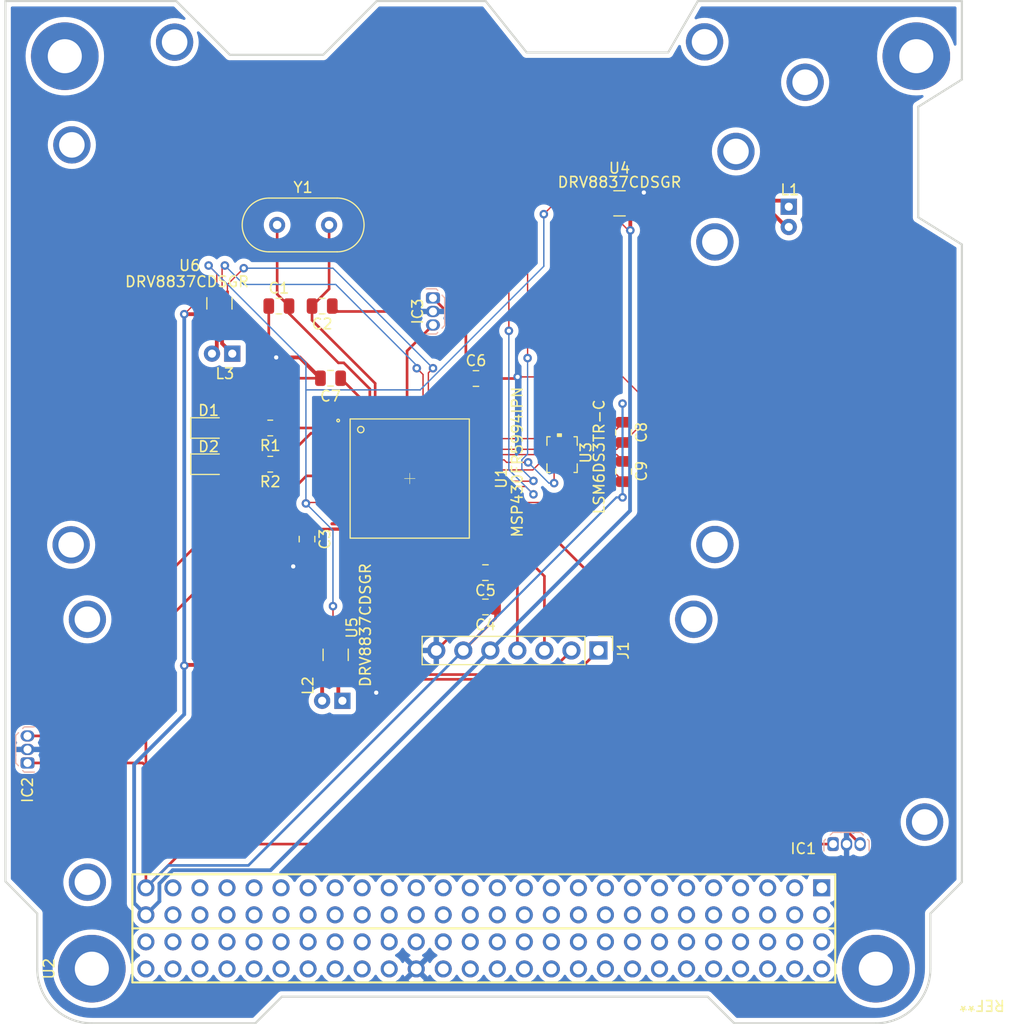
<source format=kicad_pcb>
(kicad_pcb (version 20211014) (generator pcbnew)
  (layers (0 "F.Cu" signal) (31 "B.Cu" signal) (34 "B.Paste" user) (35 "F.Paste" user) (36 "B.SilkS" user "B.Silkscreen") (37 "F.SilkS" user "F.Silkscreen") (38 "B.Mask" user) (39 "F.Mask" user) (44 "Edge.Cuts" user))
  (net 0 "")
  (net 1 "GND")
  (net 2 "Net-(C1-Pad2)")
  (net 3 "Net-(C2-Pad2)")
  (net 4 "+3V3")
  (net 5 "Net-(D1-Pad2)")
  (net 6 "Net-(D2-Pad2)")
  (net 7 "SBWTCK")
  (net 8 "SBWTDIO")
  (net 9 "BCLUART_TXD")
  (net 10 "BCLUART_RXD")
  (net 11 "+5V")
  (net 12 "Net-(R1-Pad1)")
  (net 13 "Net-(R2-Pad1)")
  (net 21 "MAG_1")
  (net 45 "MAG_2")
  (net 49 "ATT_SDI")
  (net 50 "ATT_SDO")
  (net 51 "ATT_SCL")
  (net 52 "ATT_CS")
  (net 54 "ATT_INT2")
  (net 55 "ATT_INT1")
  (net 64 "MAG_3")
  (net 175 "nSLEEP")
  (net 176 "H2_IN2")
  (net 177 "H2_IN1")
  (net 178 "H1_IN2")
  (net 179 "H1_IN1")
  (net 180 "H3_IN2")
  (net 181 "H3_IN1")
  (net 182 "Net-(L1-Pad1)")
  (net 183 "Net-(L1-Pad2)")
  (net 184 "Net-(L2-Pad1)")
  (net 185 "Net-(L2-Pad2)")
  (net 186 "Net-(L3-Pad1)")
  (net 187 "Net-(L3-Pad2)")
  (footprint "magnetorquer:magnetorquer" (layer "F.Cu") (at 122.621 116.528)
    (fp_text reference "L2")
    (fp_text value "L_Iron")
  )
  (footprint "Resistor_SMD:R_0805_2012Metric" (layer "F.Cu") (at 116.7892 96.7994 180)
    (fp_text reference "R1")
    (fp_text value "1k")
  )
  (footprint "Capacitor_SMD:C_0805_2012Metric" (layer "F.Cu") (at 137.0076 110.3884 180)
    (fp_text reference "C5")
    (fp_text value "22p")
  )
  (footprint "magnetorquer:PC104-Standard" (layer "F.Cu") (at 173.6852 147.5994 90)
    (fp_text reference "U2")
    (fp_text value "Payload")
    (fp_line (start 80.98 3.99) (end 70.59 3.99) (layer "Edge.Cuts") (width 0.2))
    (fp_line (start 86.08 -19.51) (end 90.91 -16.72) (layer "Edge.Cuts") (width 0.2))
    (fp_line (start 5.18 -78.79) (end 8.2042 -81.78) (layer "Edge.Cuts") (width 0.2))
    (fp_line (start 86.08 -32.8) (end 86.08 -19.51) (layer "Edge.Cuts") (width 0.2))
    (fp_line (start 70.59 3.99) (end 68.04 8.09) (layer "Edge.Cuts") (width 0.2))
    (fp_line (start 90.91 8.09) (end 83.54 8.09) (layer "Edge.Cuts") (width 0.2))
    (fp_line (start 68.04 8.09) (end 8.14 8.09) (layer "Edge.Cuts") (width 0.2))
    (fp_line (start -5.13 -13.3) (end -2.63 -15.8) (layer "Edge.Cuts") (width 0.2))
    (fp_line (start 8.14 8.09) (end 5.18 5.13) (layer "Edge.Cuts") (width 0.2))
    (fp_line (start 90.91 -16.72) (end 90.91 8.09) (layer "Edge.Cuts") (width 0.2))
    (fp_line (start 85.86 -60.6906) (end 85.86 -51.92) (layer "Edge.Cuts") (width 0.2))
    (fp_line (start 90.91 -81.78) (end 90.91 -65.73) (layer "Edge.Cuts") (width 0.2))
    (fp_line (start -2.63 -15.8) (end -2.63 -55.8) (layer "Edge.Cuts") (width 0.2))
    (fp_line (start -5.13 -58.3) (end -5.13 -73.66) (layer "Edge.Cuts") (width 0.2))
    (fp_line (start -5.13 -13.3) (end -5.13 0) (layer "Edge.Cuts") (width 0.2))
    (fp_line (start -2.63 -55.8) (end -5.13 -58.3) (layer "Edge.Cuts") (width 0.2))
    (fp_line (start 90.91 -65.73) (end 85.86 -60.6906) (layer "Edge.Cuts") (width 0.2))
    (fp_line (start 90.91 -46.8884) (end 90.91 -36.66) (layer "Edge.Cuts") (width 0.2))
    (fp_line (start 83.54 8.09) (end 80.98 3.99) (layer "Edge.Cuts") (width 0.2))
    (fp_line (start 5.18 -78.79) (end 0 -78.79) (layer "Edge.Cuts") (width 0.2))
    (fp_line (start 90.91 -36.66) (end 86.08 -32.8) (layer "Edge.Cuts") (width 0.2))
    (fp_line (start 8.2042 -81.78) (end 90.91 -81.78) (layer "Edge.Cuts") (width 0.2))
    (fp_line (start 5.18 5.13) (end 0 5.13) (layer "Edge.Cuts") (width 0.2))
    (fp_line (start 85.86 -51.92) (end 90.91 -46.8884) (layer "Edge.Cuts") (width 0.2))
    (fp_arc (start 0 5.13) (mid -3.627458 3.627458) (end -5.13 0) (layer "Edge.Cuts") (width 0.2))
    (fp_arc (start -5.13 -73.66) (mid -3.627458 -77.287458) (end 0 -78.79) (layer "Edge.Cuts") (width 0.2))
  )
  (footprint "Crystal:Crystal_HC49-4H_Vertical" (layer "F.Cu") (at 117.438 77.724)
    (fp_text reference "Y1")
    (fp_text value "Crystal")
  )
  (footprint "magnetorquer:MSP430FR5994IPN" (layer "F.Cu") (at 129.8956 101.5492)
    (fp_text reference "U1")
    (fp_text value "MSP430FR5994IPN")
  )
  (footprint "Resistor_SMD:R_0805_2012Metric" (layer "F.Cu") (at 116.7892 100.203 180)
    (fp_text reference "R2")
    (fp_text value "1k")
  )
  (footprint "magnetorquer:DRV8837CDSGR" (layer "F.Cu") (at 122.936 118.11 90)
    (fp_text reference "U5")
    (fp_text value "DRV8837CDSGR")
  )
  (footprint "Capacitor_SMD:C_0805_2012Metric" (layer "F.Cu") (at 137.0076 113.6142 180)
    (fp_text reference "C4")
    (fp_text value "22p")
  )
  (footprint "magnetorquer:DRV8837CDSGR" (layer "F.Cu") (at 112.014 85.09 90)
    (fp_text reference "U6")
    (fp_text value "DRV8837CDSGR")
  )
  (footprint "Connector_PinHeader_2.54mm:PinHeader_1x07_P2.54mm_Vertical" (layer "F.Cu") (at 147.6298 117.7036 -90)
    (fp_text reference "J1")
    (fp_text value "Conn_01x07_Female")
  )
  (footprint "Capacitor_SMD:C_0805_2012Metric" (layer "F.Cu") (at 136.1186 92.1512)
    (fp_text reference "C6")
    (fp_text value "22p")
  )
  (footprint "magnetorquer:bobinas" (layer "F.Cu") (at 183.6674 150.5458 180)
    (fp_text reference "REF**")
    (fp_text value "bobinas")
  )
  (footprint "Capacitor_SMD:C_0805_2012Metric" (layer "F.Cu") (at 121.666 85.344 180)
    (fp_text reference "C2")
    (fp_text value "22p")
  )
  (footprint "Capacitor_SMD:C_0805_2012Metric" (layer "F.Cu") (at 120.2436 107.2388 -90)
    (fp_text reference "C3")
    (fp_text value "10u")
  )
  (footprint "magnetorquer:LSM6DS3TR-C" (layer "F.Cu") (at 144.21 99.3 90)
    (fp_text reference "U3")
    (fp_text value "LSM6DS3TR-C")
  )
  (footprint "Capacitor_SMD:C_0805_2012Metric" (layer "F.Cu") (at 117.602 85.344)
    (fp_text reference "C1")
    (fp_text value "22p")
  )
  (footprint "LED_SMD:LED_0805_2012Metric" (layer "F.Cu") (at 110.998 96.7994)
    (fp_text reference "D1")
    (fp_text value "LED_RED")
  )
  (footprint "magnetorquer:magnetorquer" (layer "F.Cu") (at 112.2705 83.916)
    (fp_text reference "L3")
    (fp_text value "L_Iron")
  )
  (footprint "LED_SMD:LED_0805_2012Metric" (layer "F.Cu") (at 111.0003 100.203)
    (fp_text reference "D2")
    (fp_text value "LED_GREEN")
  )
  (footprint "Capacitor_SMD:C_0805_2012Metric" (layer "F.Cu") (at 122.4534 92.1258 180)
    (fp_text reference "C7")
    (fp_text value "22p")
  )
  (footprint "Capacitor_SMD:C_0805_2012Metric" (layer "F.Cu") (at 149.99 100.89 90)
    (fp_text reference "C9")
    (fp_text value "100n")
  )
  (footprint "Capacitor_SMD:C_0805_2012Metric" (layer "F.Cu") (at 149.98 97.21 -90)
    (fp_text reference "C8")
    (fp_text value "100n")
  )
  (footprint "magnetorquer:magnetorquer" (layer "F.Cu") (at 159.608 76.9595 90)
    (fp_text reference "L1")
    (fp_text value "L_Iron")
  )
  (footprint "magnetorquer:DRV8837CDSGR" (layer "F.Cu") (at 149.606 75.692 180)
    (fp_text reference "U4")
    (fp_text value "DRV8837CDSGR")
  )
  (footprint "Package_TO_SOT_THT:TO-92Flat" (layer "B.Cu") (at 169.672 135.89)
    (fp_text reference "IC1")
    (fp_text value "AH9247Z3-G1")
  )
  (footprint "Package_TO_SOT_THT:TO-92Flat" (layer "B.Cu") (at 93.98 128.27 90)
    (fp_text reference "IC2")
    (fp_text value "AH9247Z3-G1")
  )
  (footprint "Package_TO_SOT_THT:TO-92Flat" (layer "B.Cu") (at 132.08 84.582 -90)
    (fp_text reference "IC3")
    (fp_text value "AH9247Z3-G1")
  )
  (segment (start 143.959937 100.5192) (end 144.460063 100.5192) (width 0.127) (layer "F.Cu") (net 1))
  (segment (start 114.7341 92.1258) (end 121.5034 92.1258) (width 0.25) (layer "F.Cu") (net 1))
  (segment (start 132.08 85.852) (end 123.124 85.852) (width 0.25) (layer "F.Cu") (net 1))
  (segment (start 110.0605 96.7994) (end 110.0628 96.8017) (width 0.25) (layer "F.Cu") (net 1))
  (segment (start 149.35 99.3) (end 145.1752 99.3) (width 0.127) (layer "F.Cu") (net 1))
  (segment (start 136.0576 114.0358) (end 132.3898 117.7036) (width 0.25) (layer "F.Cu") (net 1))
  (segment (start 144.7688 99.3) (end 144.460063 99.608737) (width 0.127) (layer "F.Cu") (net 1))
  (segment (start 149.340126 98.799874) (end 145.1752 98.799874) (width 0.127) (layer "F.Cu") (net 1))
  (segment (start 135.513728 110.3884) (end 134.145599 109.020271) (width 0.25) (layer "F.Cu") (net 1))
  (segment (start 144.460063 99.608737) (end 144.460063 100.5192) (width 0.127) (layer "F.Cu") (net 1))
  (segment (start 149.9188 91.9988) (end 151.48 93.56) (width 0.127) (layer "F.Cu") (net 1))
  (segment (start 110.0605 96.7994) (end 114.7341 92.1258) (width 0.25) (layer "F.Cu") (net 1))
  (segment (start 150.556001 74.941999) (end 151.626001 74.941999) (width 0.3556) (layer "F.Cu") (net 1))
  (segment (start 116.652 85.344) (end 116.652 89.474) (width 0.25) (layer "F.Cu") (net 1))
  (segment (start 137.0686 92.1512) (end 139.8778 92.1512) (width 0.25) (layer "F.Cu") (net 1))
  (segment (start 136.0576 113.6142) (end 136.0576 114.0358) (width 0.25) (layer "F.Cu") (net 1))
  (segment (start 149.99 99.94) (end 149.35 99.3) (width 0.127) (layer "F.Cu") (net 1))
  (segment (start 123.124 85.852) (end 122.616 85.344) (width 0.25) (layer "F.Cu") (net 1))
  (segment (start 123.686001 119.060001) (end 124.140001 119.060001) (width 0.3556) (layer "F.Cu") (net 1))
  (segment (start 116.652 89.474) (end 117.348 90.17) (width 0.25) (layer "F.Cu") (net 1))
  (segment (start 124.140001 119.060001) (end 126.746 121.666) (width 0.3556) (layer "F.Cu") (net 1))
  (segment (start 120.2436 108.1888) (end 120.2436 108.5088) (width 0.25) (layer "F.Cu") (net 1))
  (segment (start 136.0576 110.3884) (end 135.513728 110.3884) (width 0.25) (layer "F.Cu") (net 1))
  (segment (start 136.0576 110.3884) (end 136.0576 113.6142) (width 0.25) (layer "F.Cu") (net 1))
  (segment (start 151.48 96.66) (end 149.98 98.16) (width 0.127) (layer "F.Cu") (net 1))
  (segment (start 139.8778 92.1512) (end 140.0302 91.9988) (width 0.25) (layer "F.Cu") (net 1))
  (segment (start 151.48 93.56) (end 151.48 96.66) (width 0.127) (layer "F.Cu") (net 1))
  (segment (start 151.626001 74.941999) (end 151.892 74.676) (width 0.3556) (layer "F.Cu") (net 1))
  (segment (start 110.0628 96.8017) (end 110.0628 100.203) (width 0.25) (layer "F.Cu") (net 1))
  (segment (start 113.218001 86.040001) (end 117.348 90.17) (width 0.3556) (layer "F.Cu") (net 1))
  (segment (start 112.764001 86.040001) (end 113.218001 86.040001) (width 0.3556) (layer "F.Cu") (net 1))
  (segment (start 117.348 90.17) (end 119.5476 90.17) (width 0.3556) (layer "F.Cu") (net 1))
  (segment (start 145.1752 99.3) (end 144.7688 99.3) (width 0.127) (layer "F.Cu") (net 1))
  (segment (start 134.145599 109.020271) (end 134.145599 108.274201) (width 0.25) (layer "F.Cu") (net 1))
  (segment (start 145.1752 98.799874) (end 145.1752 99.3) (width 0.127) (layer "F.Cu") (net 1))
  (segment (start 120.2436 108.5088) (end 118.9482 109.8042) (width 0.25) (layer "F.Cu") (net 1))
  (segment (start 119.5476 90.17) (end 121.5034 92.1258) (width 0.3556) (layer "F.Cu") (net 1))
  (segment (start 149.98 98.16) (end 149.340126 98.799874) (width 0.127) (layer "F.Cu") (net 1))
  (segment (start 140.0302 91.9988) (end 149.9188 91.9988) (width 0.127) (layer "F.Cu") (net 1))
  (via (at 151.892 74.676) (size 0.8) (drill 0.4) (layers "F.Cu" "B.Cu") (net 1))
  (via (at 117.348 90.17) (size 0.8) (drill 0.4) (layers "F.Cu" "B.Cu") (net 1))
  (via (at 118.9482 109.8042) (size 0.8) (drill 0.4) (layers "F.Cu" "B.Cu") (net 1))
  (via (at 140.0302 91.9988) (size 0.8) (drill 0.4) (layers "F.Cu" "B.Cu") (net 1))
  (via (at 126.746 121.666) (size 0.8) (drill 0.4) (layers "F.Cu" "B.Cu") (net 1))
  (segment (start 123.698 90.678) (end 126.1456 93.1256) (width 0.25) (layer "F.Cu") (net 2))
  (segment (start 117.438 77.724) (end 117.438 84.23) (width 0.25) (layer "F.Cu") (net 2))
  (segment (start 117.438 84.23) (end 118.552 85.344) (width 0.25) (layer "F.Cu") (net 2))
  (segment (start 123.19 90.678) (end 123.698 90.678) (width 0.25) (layer "F.Cu") (net 2))
  (segment (start 118.552 86.04) (end 123.19 90.678) (width 0.25) (layer "F.Cu") (net 2))
  (segment (start 118.552 85.344) (end 118.552 86.04) (width 0.25) (layer "F.Cu") (net 2))
  (segment (start 126.1456 93.1256) (end 126.1456 94.824199) (width 0.25) (layer "F.Cu") (net 2))
  (segment (start 126.645599 92.609599) (end 126.645599 94.824199) (width 0.25) (layer "F.Cu") (net 3))
  (segment (start 122.318 83.742) (end 120.716 85.344) (width 0.25) (layer "F.Cu") (net 3))
  (segment (start 120.716 86.68) (end 126.645599 92.609599) (width 0.25) (layer "F.Cu") (net 3))
  (segment (start 120.716 85.344) (end 120.716 86.68) (width 0.25) (layer "F.Cu") (net 3))
  (segment (start 122.318 77.724) (end 122.318 83.742) (width 0.25) (layer "F.Cu") (net 3))
  (segment (start 149.89 96.17) (end 149.98 96.26) (width 0.127) (layer "F.Cu") (net 4))
  (segment (start 134.645601 107.528131) (end 134.645601 108.274201) (width 0.25) (layer "F.Cu") (net 4))
  (segment (start 132.08 84.582) (end 135.1686 87.6706) (width 0.25) (layer "F.Cu") (net 4))
  (segment (start 104.8004 128.27) (end 105.1052 128.5748) (width 0.25) (layer "F.Cu") (net 4))
  (segment (start 135.843401 108.274201) (end 134.645601 108.274201) (width 0.25) (layer "F.Cu") (net 4))
  (segment (start 123.170599 106.299201) (end 120.254001 106.299201) (width 0.25) (layer "F.Cu") (net 4))
  (segment (start 125.145599 94.824199) (end 125.145599 93.867999) (width 0.25) (layer "F.Cu") (net 4))
  (segment (start 134.645601 94.824199) (end 134.645601 92.674199) (width 0.25) (layer "F.Cu") (net 4))
  (segment (start 149.89 101.94) (end 149.99 101.84) (width 0.127) (layer "F.Cu") (net 4))
  (segment (start 147.950126 99.800126) (end 145.1752 99.800126) (width 0.127) (layer "F.Cu") (net 4))
  (segment (start 105.1052 128.5748) (end 105.1052 116.84) (width 0.25) (layer "F.Cu") (net 4))
  (segment (start 133.416671 106.299201) (end 134.645601 107.528131) (width 0.25) (layer "F.Cu") (net 4))
  (segment (start 115.6564 106.2888) (end 120.2436 106.2888) (width 0.25) (layer "F.Cu") (net 4))
  (segment (start 125.145599 93.867999) (end 123.4034 92.1258) (width 0.25) (layer "F.Cu") (net 4))
  (segment (start 124.300799 106.299201) (end 125.145599 105.454401) (width 0.25) (layer "F.Cu") (net 4))
  (segment (start 123.170599 106.299201) (end 124.300799 106.299201) (width 0.25) (layer "F.Cu") (net 4))
  (segment (start 169.672 135.89) (end 109.2146 135.89) (width 0.25) (layer "F.Cu") (net 4))
  (segment (start 133.416671 106.299201) (end 134.645601 105.070271) (width 0.25) (layer "F.Cu") (net 4))
  (segment (start 149.89 103.32) (end 149.89 101.94) (width 0.127) (layer "F.Cu") (net 4))
  (segment (start 149.89 94.51) (end 149.89 96.17) (width 0.127) (layer "F.Cu") (net 4))
  (segment (start 120.254001 106.299201) (end 120.2436 106.2888) (width 0.25) (layer "F.Cu") (net 4))
  (segment (start 105.1052 139.9994) (end 105.1052 128.5748) (width 0.25) (layer "F.Cu") (net 4))
  (segment (start 137.9576 114.6758) (end 134.9298 117.7036) (width 0.25) (layer "F.Cu") (net 4))
  (segment (start 148.1592 98.0808) (end 144.960189 98.0808) (width 0.127) (layer "F.Cu") (net 4))
  (segment (start 93.98 128.27) (end 104.8004 128.27) (width 0.25) (layer "F.Cu") (net 4))
  (segment (start 135.1686 87.6706) (end 135.1686 92.1512) (width 0.25) (layer "F.Cu") (net 4))
  (segment (start 125.145599 105.454401) (end 125.145599 94.824199) (width 0.25) (layer "F.Cu") (net 4))
  (segment (start 137.9576 110.3884) (end 135.843401 108.274201) (width 0.25) (layer "F.Cu") (net 4))
  (segment (start 124.300799 106.299201) (end 133.416671 106.299201) (width 0.25) (layer "F.Cu") (net 4))
  (segment (start 137.9576 113.6142) (end 137.9576 114.6758) (width 0.25) (layer "F.Cu") (net 4))
  (segment (start 134.645601 105.070271) (end 134.645601 94.824199) (width 0.25) (layer "F.Cu") (net 4))
  (segment (start 134.645601 92.674199) (end 135.1686 92.1512) (width 0.25) (layer "F.Cu") (net 4))
  (segment (start 149.99 101.84) (end 147.950126 99.800126) (width 0.127) (layer "F.Cu") (net 4))
  (segment (start 109.2146 135.89) (end 105.1052 139.9994) (width 0.25) (layer "F.Cu") (net 4))
  (segment (start 105.1052 116.84) (end 115.6564 106.2888) (width 0.25) (layer "F.Cu") (net 4))
  (segment (start 149.98 96.26) (end 148.1592 98.0808) (width 0.127) (layer "F.Cu") (net 4))
  (via (at 149.89 94.51) (size 0.8) (drill 0.4) (layers "F.Cu" "B.Cu") (net 4))
  (via (at 149.89 103.32) (size 0.8) (drill 0.4) (layers "F.Cu" "B.Cu") (net 4))
  (segment (start 107.208 137.8966) (end 114.7368 137.8966) (width 0.25) (layer "B.Cu") (net 4))
  (segment (start 149.89 103.32) (end 149.89 94.51) (width 0.2) (layer "B.Cu") (net 4))
  (segment (start 149.3134 103.32) (end 149.89 103.32) (width 0.2) (layer "B.Cu") (net 4))
  (segment (start 134.9298 117.7036) (end 149.3134 103.32) (width 0.2) (layer "B.Cu") (net 4))
  (segment (start 114.7368 137.8966) (end 134.9298 117.7036) (width 0.25) (layer "B.Cu") (net 4))
  (segment (start 105.1052 139.9994) (end 107.208 137.8966) (width 0.25) (layer "B.Cu") (net 4))
  (segment (start 115.8767 96.7994) (end 111.9355 96.7994) (width 0.25) (layer "F.Cu") (net 5))
  (segment (start 115.8767 100.203) (end 111.9378 100.203) (width 0.25) (layer "F.Cu") (net 6))
  (segment (start 130.29432 120.41372) (end 129.2098 119.3292) (width 0.25) (layer "F.Cu") (net 7))
  (segment (start 147.6298 117.7036) (end 144.91968 120.41372) (width 0.25) (layer "F.Cu") (net 7))
  (segment (start 129.19208 119.286797) (end 129.19208 115.993402) (width 0.25) (layer "F.Cu") (net 7))
  (segment (start 129.2098 119.3292) (end 129.2098 119.304518) (width 0.25) (layer "F.Cu") (net 7))
  (segment (start 129.19208 115.993402) (end 133.145599 112.039883) (width 0.25) (layer "F.Cu") (net 7))
  (segment (start 133.145599 112.039883) (end 133.145599 108.274201) (width 0.25) (layer "F.Cu") (net 7))
  (segment (start 129.2098 119.304518) (end 129.19208 119.286797) (width 0.25) (layer "F.Cu") (net 7))
  (segment (start 144.91968 120.41372) (end 130.29432 120.41372) (width 0.25) (layer "F.Cu") (net 7))
  (segment (start 130.5052 119.9642) (end 129.6416 119.1006) (width 0.25) (layer "F.Cu") (net 8))
  (segment (start 142.8292 119.9642) (end 130.5052 119.9642) (width 0.25) (layer "F.Cu") (net 8))
  (segment (start 133.6456 112.1756) (end 133.6456 108.274201) (width 0.25) (layer "F.Cu") (net 8))
  (segment (start 129.6416 116.1796) (end 133.6456 112.1756) (width 0.25) (layer "F.Cu") (net 8))
  (segment (start 129.6416 119.1006) (end 129.6416 116.1796) (width 0.25) (layer "F.Cu") (net 8))
  (segment (start 145.0898 117.7036) (end 142.8292 119.9642) (width 0.25) (layer "F.Cu") (net 8))
  (segment (start 137.490401 106.299201) (end 140.0098 108.8186) (width 0.25) (layer "F.Cu") (net 9))
  (segment (start 140.0098 108.8186) (end 140.0098 117.7036) (width 0.25) (layer "F.Cu") (net 9))
  (segment (start 136.620601 106.299201) (end 137.490401 106.299201) (width 0.25) (layer "F.Cu") (net 9))
  (segment (start 142.5498 110.722882) (end 137.626117 105.799199) (width 0.25) (layer "F.Cu") (net 10))
  (segment (start 137.626117 105.799199) (end 136.620601 105.799199) (width 0.25) (layer "F.Cu") (net 10))
  (segment (start 142.5498 117.7036) (end 142.5498 110.722882) (width 0.25) (layer "F.Cu") (net 10))
  (segment (start 150.622 78.232) (end 150.445998 78.232) (width 0.127) (layer "F.Cu") (net 11))
  (segment (start 150.622 76.508) (end 150.556001 76.442001) (width 0.3556) (layer "F.Cu") (net 11))
  (segment (start 122.185999 117.159999) (end 121.223999 118.121999) (width 0.127) (layer "F.Cu") (net 11))
  (segment (start 121.223999 119.060001) (end 122.185999 119.060001) (width 0.3556) (layer "F.Cu") (net 11))
  (segment (start 150.445998 78.232) (end 148.655999 76.442001) (width 0.127) (layer "F.Cu") (net 11))
  (segment (start 111.198 86.106) (end 111.263999 86.040001) (width 0.3556) (layer "F.Cu") (net 11))
  (segment (start 111.263999 84.139999) (end 110.678001 84.139999) (width 0.127) (layer "F.Cu") (net 11))
  (segment (start 121.223999 118.121999) (end 121.223999 119.060001) (width 0.127) (layer "F.Cu") (net 11))
  (segment (start 108.712 86.106) (end 111.198 86.106) (width 0.3556) (layer "F.Cu") (net 11))
  (segment (start 150.622 78.232) (end 150.622 76.508) (width 0.3556) (layer "F.Cu") (net 11))
  (segment (start 108.777999 119.060001) (end 121.223999 119.060001) (width 0.3556) (layer "F.Cu") (net 11))
  (segment (start 108.712 119.126) (end 108.777999 119.060001) (width 0.3556) (layer "F.Cu") (net 11))
  (segment (start 110.678001 84.139999) (end 108.712 86.106) (width 0.127) (layer "F.Cu") (net 11))
  (via (at 150.622 78.232) (size 0.8) (drill 0.4) (layers "F.Cu" "B.Cu") (net 11))
  (via (at 108.712 86.106) (size 0.8) (drill 0.4) (layers "F.Cu" "B.Cu") (net 11))
  (via (at 108.712 119.126) (size 0.8) (drill 0.4) (layers "F.Cu" "B.Cu") (net 11))
  (segment (start 150.594311 104.579089) (end 137.4698 117.7036) (width 0.3556) (layer "B.Cu") (net 11))
  (segment (start 104.000889 141.435089) (end 105.1052 142.5394) (width 0.3556) (layer "B.Cu") (net 11))
  (segment (start 107.62748 138.34612) (end 116.82728 138.34612) (width 0.3556) (layer "B.Cu") (net 11))
  (segment (start 150.594311 78.259689) (end 150.594311 104.579089) (width 0.3556) (layer "B.Cu") (net 11))
  (segment (start 104.000889 128.409111) (end 104.000889 141.435089) (width 0.3556) (layer "B.Cu") (net 11))
  (segment (start 105.1052 142.5394) (end 106.3752 141.2694) (width 0.3556) (layer "B.Cu") (net 11))
  (segment (start 108.712 119.126) (end 108.712 123.698) (width 0.3556) (layer "B.Cu") (net 11))
  (segment (start 108.712 119.126) (end 108.712 86.106) (width 0.3556) (layer "B.Cu") (net 11))
  (segment (start 150.622 78.232) (end 150.594311 78.259689) (width 0.3556) (layer "B.Cu") (net 11))
  (segment (start 106.3752 139.5984) (end 107.62748 138.34612) (width 0.3556) (layer "B.Cu") (net 11))
  (segment (start 106.3752 141.2694) (end 106.3752 139.5984) (width 0.3556) (layer "B.Cu") (net 11))
  (segment (start 116.82728 138.34612) (end 137.4698 117.7036) (width 0.3556) (layer "B.Cu") (net 11))
  (segment (start 108.712 123.698) (end 104.000889 128.409111) (width 0.3556) (layer "B.Cu") (net 11))
  (segment (start 117.701901 96.799199) (end 123.170599 96.799199) (width 0.25) (layer "F.Cu") (net 12))
  (segment (start 117.7017 96.7994) (end 117.701901 96.799199) (width 0.25) (layer "F.Cu") (net 12))
  (segment (start 120.605502 97.299198) (end 123.170599 97.299198) (width 0.25) (layer "F.Cu") (net 13))
  (segment (start 117.7017 100.203) (end 120.605502 97.299198) (width 0.25) (layer "F.Cu") (net 13))
  (segment (start 172.212 135.89) (end 141.121199 104.799199) (width 0.25) (layer "F.Cu") (net 21))
  (segment (start 141.121199 104.799199) (end 136.620601 104.799199) (width 0.25) (layer "F.Cu") (net 21))
  (segment (start 93.98 125.73) (end 96.266 125.73) (width 0.25) (layer "F.Cu") (net 45))
  (segment (start 103.378 114.3) (end 113.538 104.14) (width 0.25) (layer "F.Cu") (net 45))
  (segment (start 103.378 118.618) (end 103.378 114.3) (width 0.25) (layer "F.Cu") (net 45))
  (segment (start 120.1888 101.2992) (end 123.170599 101.2992) (width 0.25) (layer "F.Cu") (net 45))
  (segment (start 96.266 125.73) (end 103.378 118.618) (width 0.25) (layer "F.Cu") (net 45))
  (segment (start 113.538 104.14) (end 117.348 104.14) (width 0.25) (layer "F.Cu") (net 45))
  (segment (start 117.348 104.14) (end 120.1888 101.2992) (width 0.25) (layer "F.Cu") (net 45))
  (segment (start 141.46 100.74) (end 138.39 100.74) (width 0.127) (layer "F.Cu") (net 49))
  (segment (start 142.399874 99.800126) (end 141.46 100.74) (width 0.127) (layer "F.Cu") (net 49))
  (segment (start 138.39 100.74) (end 137.9492 100.2992) (width 0.127) (layer "F.Cu") (net 49))
  (segment (start 137.9492 100.2992) (end 136.620601 100.2992) (width 0.127) (layer "F.Cu") (net 49))
  (segment (start 143.2448 99.800126) (end 142.399874 99.800126) (width 0.127) (layer "F.Cu") (net 49))
  (segment (start 138.769198 99.799198) (end 136.620601 99.799198) (width 0.127) (layer "F.Cu") (net 50))
  (segment (start 143.459811 101.979811) (end 143.46 101.98) (width 0.127) (layer "F.Cu") (net 50))
  (segment (start 143.459811 100.5192) (end 143.459811 101.979811) (width 0.127) (layer "F.Cu") (net 50))
  (segment (start 141.02 100.03) (end 139 100.03) (width 0.127) (layer "F.Cu") (net 50))
  (segment (start 139 100.03) (end 138.769198 99.799198) (width 0.127) (layer "F.Cu") (net 50))
  (via (at 143.46 101.98) (size 0.8) (drill 0.4) (layers "F.Cu" "B.Cu") (net 50))
  (via (at 141.02 100.03) (size 0.8) (drill 0.4) (layers "F.Cu" "B.Cu") (net 50))
  (segment (start 142.97 101.98) (end 141.02 100.03) (width 0.127) (layer "B.Cu") (net 50))
  (segment (start 143.46 101.98) (end 142.97 101.98) (width 0.127) (layer "B.Cu") (net 50))
  (segment (start 136.621402 99.3) (end 136.620601 99.299199) (width 0.127) (layer "F.Cu") (net 51))
  (segment (start 143.2448 99.3) (end 136.621402 99.3) (width 0.127) (layer "F.Cu") (net 51))
  (segment (start 143.2448 98.799874) (end 136.621275 98.799874) (width 0.127) (layer "F.Cu") (net 52))
  (segment (start 136.621275 98.799874) (end 136.620601 98.7992) (width 0.127) (layer "F.Cu") (net 52))
  (segment (start 144.460063 97.743704) (end 144.326359 97.61) (width 0.127) (layer "F.Cu") (net 54))
  (segment (start 144.326359 97.61) (end 142.15 97.61) (width 0.127) (layer "F.Cu") (net 54))
  (segment (start 142.15 97.61) (end 141.9608 97.7992) (width 0.127) (layer "F.Cu") (net 54))
  (segment (start 144.460063 98.0808) (end 144.460063 97.743704) (width 0.127) (layer "F.Cu") (net 54))
  (segment (start 141.9608 97.7992) (end 136.620601 97.7992) (width 0.127) (layer "F.Cu") (net 54))
  (segment (start 144.960189 100.5192) (end 144.960189 102.189811) (width 0.127) (layer "F.Cu") (net 55))
  (segment (start 143.350799 103.799201) (end 136.620601 103.799201) (width 0.127) (layer "F.Cu") (net 55))
  (segment (start 144.960189 102.189811) (end 143.350799 103.799201) (width 0.127) (layer "F.Cu") (net 55))
  (segment (start 129.6456 89.5564) (end 129.6456 94.824199) (width 0.25) (layer "F.Cu") (net 64))
  (segment (start 132.08 87.122) (end 129.6456 89.5564) (width 0.25) (layer "F.Cu") (net 64))
  (segment (start 110.998 81.534) (end 111.764 82.3) (width 0.127) (layer "F.Cu") (net 175))
  (segment (start 123.170599 103.799201) (end 120.228799 103.799201) (width 0.127) (layer "F.Cu") (net 175))
  (segment (start 143.26 75.942) (end 148.655999 75.942) (width 0.127) (layer "F.Cu") (net 175))
  (segment (start 122.686 117.159999) (end 122.686 113.542) (width 0.127) (layer "F.Cu") (net 175))
  (segment (start 142.494 76.708) (end 143.26 75.942) (width 0.127) (layer "F.Cu") (net 175))
  (segment (start 111.764 82.3) (end 111.764 84.139999) (width 0.127) (layer "F.Cu") (net 175))
  (segment (start 122.686 113.542) (end 122.682 113.538) (width 0.127) (layer "F.Cu") (net 175))
  (segment (start 120.228799 103.799201) (end 120.142 103.886) (width 0.127) (layer "F.Cu") (net 175))
  (via (at 122.682 113.538) (size 0.8) (drill 0.4) (layers "F.Cu" "B.Cu") (net 175))
  (via (at 142.494 76.708) (size 0.8) (drill 0.4) (layers "F.Cu" "B.Cu") (net 175))
  (via (at 110.998 81.534) (size 0.8) (drill 0.4) (layers "F.Cu" "B.Cu") (net 175))
  (via (at 120.142 103.886) (size 0.8) (drill 0.4) (layers "F.Cu" "B.Cu") (net 175))
  (segment (start 120.142 90.678) (end 120.142 103.886) (width 0.127) (layer "B.Cu") (net 175))
  (segment (start 120.142 103.886) (end 122.682 106.426) (width 0.127) (layer "B.Cu") (net 175))
  (segment (start 142.494 76.708) (end 142.494 81.606403) (width 0.127) (layer "B.Cu") (net 175))
  (segment (start 142.494 81.606403) (end 130.882403 93.218) (width 0.127) (layer "B.Cu") (net 175))
  (segment (start 110.998 81.534) (end 120.142 90.678) (width 0.127) (layer "B.Cu") (net 175))
  (segment (start 130.882403 93.218) (end 120.142 93.218) (width 0.127) (layer "B.Cu") (net 175))
  (segment (start 122.682 106.426) (end 122.682 113.538) (width 0.127) (layer "B.Cu") (net 175))
  (segment (start 132.6456 108.274201) (end 132.6456 108.849202) (width 0.127) (layer "F.Cu") (net 176))
  (segment (start 132.6456 108.849202) (end 124.334803 117.159999) (width 0.127) (layer "F.Cu") (net 176))
  (segment (start 124.334803 117.159999) (end 123.686001 117.159999) (width 0.127) (layer "F.Cu") (net 176))
  (segment (start 123.186 116.889978) (end 123.186 117.159999) (width 0.127) (layer "F.Cu") (net 177))
  (segment (start 126.720401 114.274401) (end 132.145601 108.849202) (width 0.127) (layer "F.Cu") (net 177))
  (segment (start 125.801577 114.274401) (end 123.186 116.889978) (width 0.127) (layer "F.Cu") (net 177))
  (segment (start 126.720401 114.274401) (end 125.801577 114.274401) (width 0.127) (layer "F.Cu") (net 177))
  (segment (start 132.145601 108.849202) (end 132.145601 108.274201) (width 0.127) (layer "F.Cu") (net 177))
  (segment (start 141.52 103.03) (end 140.789198 102.299198) (width 0.127) (layer "F.Cu") (net 178))
  (segment (start 139.21 87.67) (end 139.21 77.767977) (width 0.127) (layer "F.Cu") (net 178))
  (segment (start 142.035978 74.941999) (end 148.655999 74.941999) (width 0.127) (layer "F.Cu") (net 178))
  (segment (start 139.21 77.767977) (end 142.035978 74.941999) (width 0.127) (layer "F.Cu") (net 178))
  (segment (start 140.789198 102.299198) (end 136.620601 102.299198) (width 0.127) (layer "F.Cu") (net 178))
  (via (at 141.52 103.03) (size 0.8) (drill 0.4) (layers "F.Cu" "B.Cu") (net 178))
  (via (at 139.21 87.67) (size 0.8) (drill 0.4) (layers "F.Cu" "B.Cu") (net 178))
  (segment (start 139.21 87.67) (end 139.21 100.72) (width 0.127) (layer "B.Cu") (net 178))
  (segment (start 139.21 100.72) (end 141.52 103.03) (width 0.127) (layer "B.Cu") (net 178))
  (segment (start 148.655999 75.442) (end 142.035978 75.442) (width 0.127) (layer "F.Cu") (net 179))
  (segment (start 142.035978 75.442) (end 140.97 76.507977) (width 0.127) (layer "F.Cu") (net 179))
  (segment (start 140.97 76.507977) (end 140.97 90.23) (width 0.127) (layer "F.Cu") (net 179))
  (segment (start 141.4908 101.7992) (end 136.620601 101.7992) (width 0.127) (layer "F.Cu") (net 179))
  (segment (start 141.52 101.77) (end 141.4908 101.7992) (width 0.127) (layer "F.Cu") (net 179))
  (via (at 141.52 101.77) (size 0.8) (drill 0.4) (layers "F.Cu" "B.Cu") (net 179))
  (via (at 140.97 90.23) (size 0.8) (drill 0.4) (layers "F.Cu" "B.Cu") (net 179))
  (segment (start 140.429989 100.679989) (end 141.52 101.77) (width 0.127) (layer "B.Cu") (net 179))
  (segment (start 140.429989 99.785608) (end 140.429989 100.679989) (width 0.127) (layer "B.Cu") (net 179))
  (segment (start 140.97 99.245597) (end 140.429989 99.785608) (width 0.127) (layer "B.Cu") (net 179))
  (segment (start 140.97 90.23) (end 140.97 99.245597) (width 0.127) (layer "B.Cu") (net 179))
  (segment (start 112.764001 83.323999) (end 114.3 81.788) (width 0.127) (layer "F.Cu") (net 180))
  (segment (start 132.08 91.186) (end 131.645599 91.620401) (width 0.127) (layer "F.Cu") (net 180))
  (segment (start 131.645599 91.620401) (end 131.645599 94.824199) (width 0.127) (layer "F.Cu") (net 180))
  (segment (start 112.764001 84.139999) (end 112.764001 83.323999) (width 0.127) (layer "F.Cu") (net 180))
  (via (at 114.3 81.788) (size 0.8) (drill 0.4) (layers "F.Cu" "B.Cu") (net 180))
  (via (at 132.08 91.186) (size 0.8) (drill 0.4) (layers "F.Cu" "B.Cu") (net 180))
  (segment (start 122.682 81.788) (end 132.08 91.186) (width 0.127) (layer "B.Cu") (net 180))
  (segment (start 114.3 81.788) (end 122.682 81.788) (width 0.127) (layer "B.Cu") (net 180))
  (segment (start 112.264 81.792) (end 112.522 81.534) (width 0.127) (layer "F.Cu") (net 181))
  (segment (start 112.264 84.139999) (end 112.264 81.792) (width 0.127) (layer "F.Cu") (net 181))
  (segment (start 130.556 91.186) (end 131.1456 91.7756) (width 0.127) (layer "F.Cu") (net 181))
  (segment (start 131.1456 91.7756) (end 131.1456 94.824199) (width 0.127) (layer "F.Cu") (net 181))
  (via (at 130.556 91.186) (size 0.8) (drill 0.4) (layers "F.Cu" "B.Cu") (net 181))
  (via (at 112.522 81.534) (size 0.8) (drill 0.4) (layers "F.Cu" "B.Cu") (net 181))
  (segment (start 112.522 81.534) (end 114.3 83.312) (width 0.127) (layer "B.Cu") (net 181))
  (segment (start 114.3 83.312) (end 122.936 83.312) (width 0.127) (layer "B.Cu") (net 181))
  (segment (start 130.556 90.932) (end 130.556 91.186) (width 0.127) (layer "B.Cu") (net 181))
  (segment (start 122.936 83.312) (end 130.556 90.932) (width 0.127) (layer "B.Cu") (net 181))
  (segment (start 165.280378 77.9145) (end 165.508 77.9145) (width 0.3556) (layer "F.Cu") (net 182))
  (segment (start 163.307878 75.942) (end 165.280378 77.9145) (width 0.3556) (layer "F.Cu") (net 182))
  (segment (start 150.556001 75.942) (end 163.307878 75.942) (width 0.3556) (layer "F.Cu") (net 182))
  (segment (start 164.9405 75.442) (end 165.508 76.0095) (width 0.3556) (layer "F.Cu") (net 183))
  (segment (start 150.556001 75.442) (end 164.9405 75.442) (width 0.3556) (layer "F.Cu") (net 183))
  (segment (start 122.686 119.558622) (end 122.686 119.060001) (width 0.3556) (layer "F.Cu") (net 184))
  (segment (start 121.666 120.578622) (end 122.686 119.558622) (width 0.3556) (layer "F.Cu") (net 184))
  (segment (start 121.666 122.428) (end 121.666 120.578622) (width 0.3556) (layer "F.Cu") (net 184))
  (segment (start 123.186 122.043) (end 123.571 122.428) (width 0.3556) (layer "F.Cu") (net 185))
  (segment (start 123.186 119.060001) (end 123.186 122.043) (width 0.3556) (layer "F.Cu") (net 185))
  (segment (start 111.764 89.3675) (end 111.3155 89.816) (width 0.3556) (layer "F.Cu") (net 186))
  (segment (start 111.764 86.040001) (end 111.764 89.3675) (width 0.3556) (layer "F.Cu") (net 186))
  (segment (start 112.264 86.040001) (end 112.264 88.8595) (width 0.3556) (layer "F.Cu") (net 187))
  (segment (start 112.264 88.8595) (end 113.2205 89.816) (width 0.3556) (layer "F.Cu") (net 187))
  (zone (net 1) (net_name "GND") (layer "B.Cu") (connect_pads (clearance 0.508)) (min_thickness 0.254) (fill yes (thermal_gap 0.508) (thermal_bridge_width 0.508))
    (polygon (pts (xy 181.61 63.9826) (xy 177.4952 66.5226) (xy 177.4952 77.089) (xy 181.6354 79.6544) (xy 181.6354 139.3952) (xy 178.6128 142.2908) (xy 178.6128 148.082) (xy 178.0286 149.7584) (xy 176.403 151.7142) (xy 173.8884 152.5778) (xy 160.4518 152.5778) (xy 157.9626 150.0632) (xy 117.8052 150.0632) (xy 115.316 152.5778) (xy 100.1014 152.5778) (xy 99.3902 152.4) (xy 97.3836 151.6126) (xy 96.0374 150.3426) (xy 95.1992 148.6662) (xy 95.25 142.24) (xy 92.202 139.192) (xy 92.202 132.843792) (xy 92.202 127.0762) (xy 92.075 56.8706) (xy 107.7976 56.8706) (xy 112.8268 61.9252) (xy 121.8946 61.9252) (xy 126.8984 56.8452) (xy 136.9568 56.8452) (xy 140.8684 61.722) (xy 154.2796 61.722) (xy 157.099 56.8198) (xy 181.61 56.8198)))
  )
)
</source>
